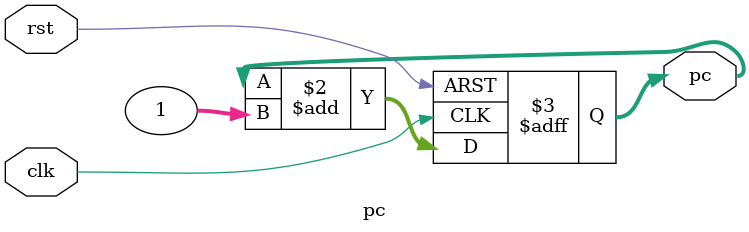
<source format=v>
module pc(
	input clk, rst,
	output reg [31:0] pc
);

always @(posedge clk or posedge rst) begin
	if (rst) 
		pc = 32'h06F0;
	else 
		pc = pc + 1;
end

endmodule
</source>
